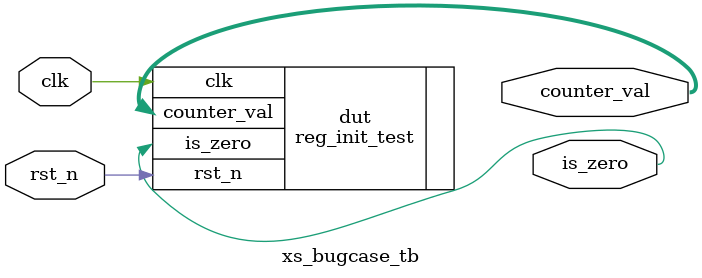
<source format=v>
module xs_bugcase_tb (
    input wire clk,
    input wire rst_n,
    output wire [7:0] counter_val,
    output wire is_zero
);
    reg_init_test dut (
        .clk(clk),
        .rst_n(rst_n),
        .counter_val(counter_val),
        .is_zero(is_zero)
    );
endmodule

</source>
